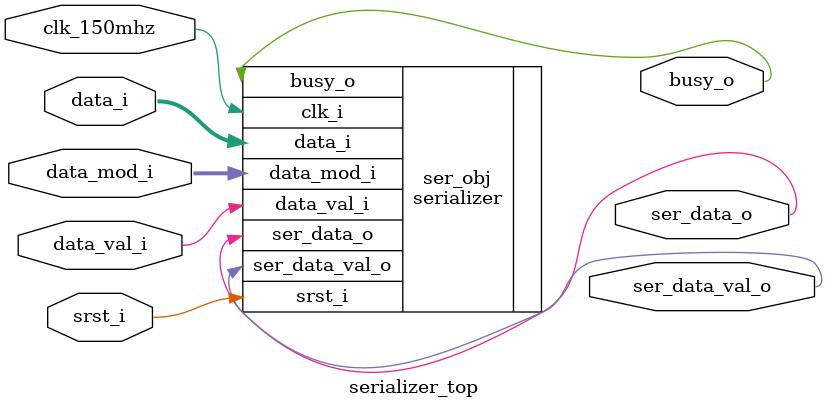
<source format=sv>
`timescale 1ns / 1ps


module serializer_top(
    input         clk_150mhz,
    input         srst_i,

    input  [15:0] data_i,
    input  [3:0]  data_mod_i,
    input         data_val_i,

    output        ser_data_o,
    output        ser_data_val_o,
    output        busy_o
);

  serializer ser_obj(
      .clk_i(clk_150mhz),
      .srst_i(srst_i),

      .data_i(data_i),
      .data_mod_i(data_mod_i),
      .data_val_i(data_val_i),

      .ser_data_o(ser_data_o),
      .ser_data_val_o(ser_data_val_o),
      .busy_o(busy_o)
   );	
endmodule

</source>
